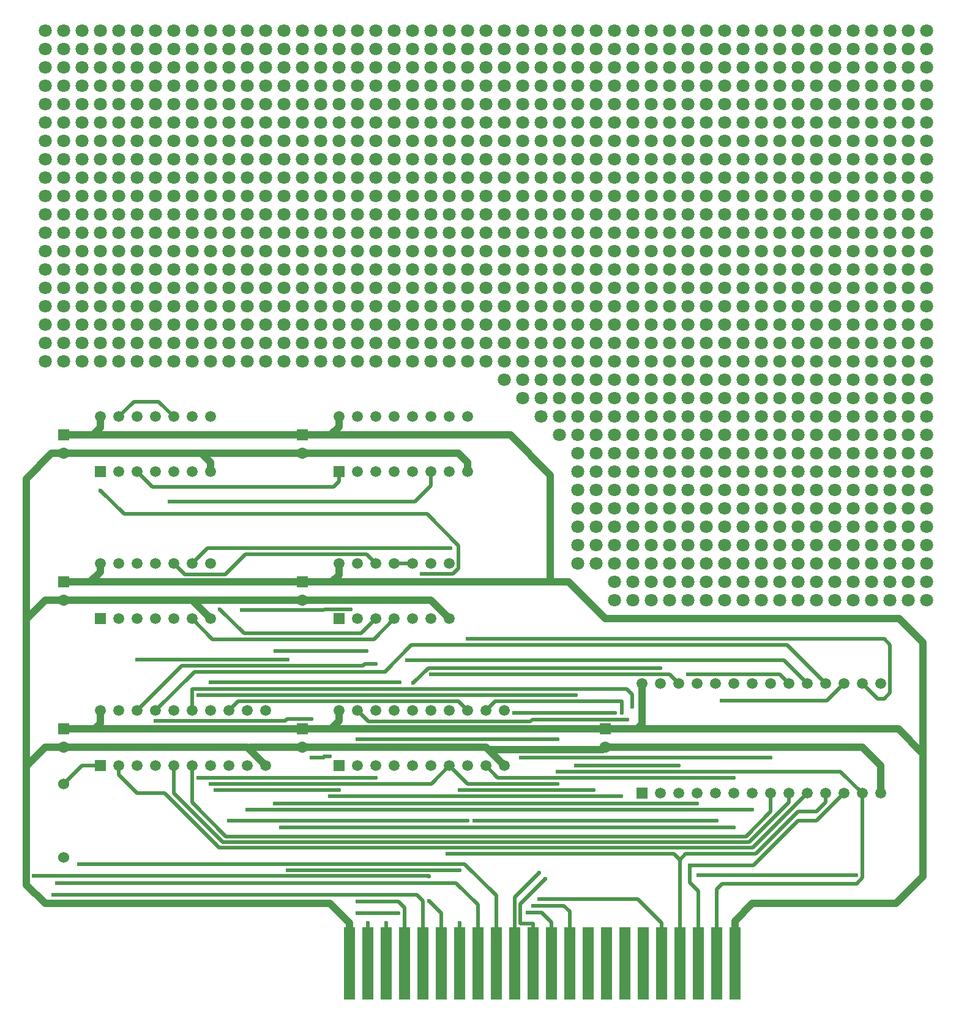
<source format=gtl>
G04 DipTrace 3.0.0.2*
G04 BasicROM.GTL*
%MOMM*%
G04 #@! TF.FileFunction,Copper,L1,Top*
G04 #@! TF.Part,Single*
G04 #@! TA.AperFunction,Conductor*
%ADD14C,1.0*%
%ADD15C,0.5*%
G04 #@! TA.AperFunction,ComponentPad*
%ADD16C,1.6*%
%ADD17R,1.6X1.6*%
%ADD18R,1.5X10.0*%
G04 #@! TA.AperFunction,ComponentPad*
%ADD19C,1.8*%
%ADD20C,1.524*%
%ADD21C,1.524*%
%ADD22R,1.5X1.5*%
%ADD23C,1.5*%
G04 #@! TA.AperFunction,ViaPad*
%ADD24C,0.6*%
%FSLAX35Y35*%
G04*
G71*
G90*
G75*
G01*
G04 Top*
%LPD*%
X4966000Y-13400000D2*
D14*
Y-12840000D1*
X4699000Y-12573000D1*
X762000D1*
X500000Y-12311000D1*
Y-10676000D1*
X762000Y-10414000D1*
X1016000D1*
X3556000D1*
X3596137Y-10454137D1*
X3810000Y-10668000D1*
X3596137Y-10454137D2*
Y-10414000D1*
X4318000D1*
X6858000D1*
X6888983Y-10444983D1*
X7112000Y-10668000D1*
X6888983Y-10444983D2*
X8478017D1*
X8509000Y-10414000D1*
X12065000D1*
X12319000Y-10668000D1*
Y-11049000D1*
X500000Y-10676000D2*
Y-8644000D1*
X762000Y-8382000D1*
X1016000D1*
X2794000D1*
X3048000Y-8636000D1*
X2794000Y-8382000D2*
X4318000D1*
X6096000D1*
X6350000Y-8636000D1*
X500000Y-8644000D2*
Y-6700000D1*
X850000Y-6350000D1*
X1016000D1*
X2921000D1*
X3048000Y-6477000D1*
Y-6604000D1*
X2921000Y-6350000D2*
X4318000D1*
X6477000D1*
X6604000Y-6477000D1*
Y-6604000D1*
X5842000Y-7874000D2*
D15*
X5588000D1*
X7592000Y-12509980D2*
X8953980D1*
X9284000Y-12840000D1*
Y-13400000D1*
X5588000Y-6350000D2*
X6477000D1*
X6604000Y-6604000D2*
D3*
X2156010Y-8382000D2*
X1016000D1*
X10300000Y-13400000D2*
D14*
Y-12814000D1*
X10541000Y-12573000D1*
X12527000D1*
X12900000Y-12200000D1*
Y-10500000D1*
X12560000Y-10160000D1*
X8945823D1*
X8509000D1*
X4715167D1*
X4318000D1*
X1444103D1*
X1016000D1*
X12900000Y-10500000D2*
Y-8963000D1*
X12573000Y-8636000D1*
X8509000D1*
X8001000Y-8128000D1*
X7747000D1*
X4724877D1*
X4318000D1*
X1382943D1*
X1016000D1*
X4318000Y-6096000D2*
X1422083D1*
X1016000D1*
X1524000Y-7874000D2*
Y-7986943D1*
X1382943Y-8128000D1*
X4826000Y-7874000D2*
Y-8026877D1*
X4724877Y-8128000D1*
X4826000Y-5842000D2*
Y-5979353D1*
X4709353Y-6096000D1*
X4318000D1*
X1524000Y-5842000D2*
Y-5994083D1*
X1422083Y-6096000D1*
X1524003Y-9906000D2*
Y-10080100D1*
X1444103Y-10160000D1*
X4826003Y-9906000D2*
Y-10049163D1*
X4715167Y-10160000D1*
X9017000Y-9529000D2*
Y-10088823D1*
X8945823Y-10160000D1*
X4709353Y-6096000D2*
X7196000D1*
X7747000Y-6647000D1*
Y-8128000D1*
X3048000Y-10917620D2*
D15*
X6100380D1*
X6350000Y-10668000D1*
X10046000Y-13400000D2*
Y-12377530D1*
X10126000Y-12297530D1*
X11985000D1*
X12065000Y-12217530D1*
Y-11049000D1*
X6350000Y-10668000D2*
X6599620Y-10917620D1*
X7845000D1*
X12065000Y-11049000D2*
X11763620Y-10747620D1*
X7845000D1*
X9792000Y-13400000D2*
Y-12398140D1*
X9679010Y-12285150D1*
Y-12047530D1*
X4448000Y-10020000D2*
X4106750D1*
X4076750Y-10050000D1*
X2286000D1*
X4698000Y-10533000D2*
X4616000D1*
Y-10553990D1*
X4448000D1*
X4698000Y-11087620D2*
X8729000D1*
X9679010Y-12047530D2*
X10558470D1*
X11176000Y-11430000D1*
X11430000D1*
X11811000Y-11049000D1*
X9538000Y-13400000D2*
Y-11967520D1*
X9617990Y-11887530D1*
X10591470D1*
X11176000Y-11303000D1*
X11430000D1*
X11557000Y-11176000D1*
Y-11049000D1*
X9538000Y-11967520D2*
X9458010Y-11887530D1*
X6321000D1*
X5334000Y-10832620D2*
X2879010D1*
X7507000Y-12599970D2*
X7934000D1*
X8014000Y-12679970D1*
Y-13400000D1*
X7429500Y-12700000D2*
X7625000D1*
X7760000Y-12835000D1*
Y-13400000D1*
X7675000Y-12232520D2*
X7332000Y-12575520D1*
Y-12845000D1*
X7506000D1*
Y-13400000D1*
X7592000Y-12147520D2*
X7252000Y-12487520D1*
Y-13400000D1*
X6367000Y-7659000D2*
X3009000D1*
X2794000Y-7874000D1*
X1231000Y-12024000D2*
X6563000D1*
X6998000Y-12459000D1*
Y-13400000D1*
X920750Y-12287250D2*
X6445250D1*
X6744000Y-12586000D1*
Y-13400000D1*
X6490000Y-12840000D2*
Y-13400000D1*
X4118520Y-12109000D2*
X6490000D1*
X2032000Y-9201000D2*
X4118520D1*
X6067000Y-12533990D2*
X6236000Y-12702990D1*
Y-13400000D1*
X603250Y-12192000D2*
X6067000D1*
Y-12194000D1*
X872000Y-12454000D2*
X5902000D1*
X5982000Y-12534000D1*
Y-13400000D1*
X5076000Y-12548000D2*
X5648000D1*
X5728000Y-12628000D1*
Y-13400000D1*
X5474000Y-12840000D2*
Y-13400000D1*
X5220000Y-12840000D2*
Y-13400000D1*
X6604000Y-11427620D2*
X3302000D1*
X10046000D2*
X6694000D1*
X12065000Y-9529000D2*
X12275000Y-9739000D1*
X12369000D1*
X12449000Y-9659000D1*
Y-8994000D1*
X12369000Y-8914000D1*
X6604000D1*
X6604003Y-9906000D2*
X6474003Y-9776000D1*
X3432003D1*
X3302003Y-9906000D1*
X11980000Y-12176650D2*
X9792000D1*
X10118000Y-9770000D2*
X11570000D1*
X11811000Y-9529000D1*
X3048000Y-9516000D2*
X5668000D1*
X8644000Y-9940000D2*
X7247000D1*
X11557000Y-9529000D2*
X11027000Y-8999000D1*
X8264000D1*
X5458010Y-9366000D2*
X2826000D1*
X2286000Y-9906000D1*
X8264000Y-8999000D2*
X5825010D1*
X5458010Y-9366000D1*
X5334010Y-9255990D2*
X5184020D1*
X5154010Y-9286000D1*
X2652003D1*
X2032003Y-9906000D1*
X5767860Y-9204000D2*
X8099000D1*
X10978000D1*
X11303000Y-9529000D1*
X9655000Y-9399000D2*
X10919000D1*
X11049000Y-9529000D1*
X2540000Y-5842000D2*
X2330000Y-5632000D1*
X1988000D1*
X1778000Y-5842000D1*
X5076000Y-12705980D2*
X5643000D1*
X2540000Y-7874000D2*
X2689000Y-8023000D1*
X3251650D1*
X3530650Y-7744000D1*
X5204000D1*
X5334000Y-7874000D1*
X3178000Y-8506000D2*
X3510980Y-8838980D1*
X5131020D1*
X5334000Y-8636000D1*
X2794000D2*
X3077000Y-8919000D1*
X5305000D1*
X5588000Y-8636000D1*
X4984540Y-8506000D2*
X4621500D1*
X4610500Y-8517000D1*
X3480800D1*
X1524000Y-6859050D2*
X1851447Y-7186497D1*
X6043497D1*
X6480000Y-7623000D1*
Y-7938000D1*
X6400000Y-8018000D1*
X5972000D1*
X4826000Y-6604000D2*
Y-6734000D1*
X4746000Y-6814000D1*
X2242000D1*
X2032000Y-6604000D1*
X11303000Y-11049000D2*
X10549470Y-11802530D1*
X3166530D1*
X2413000Y-11049000D1*
X2032000D1*
X1778000Y-10795000D1*
Y-10668000D1*
X11049000Y-11049000D2*
Y-11176000D1*
X10502470Y-11722530D1*
X3213530D1*
X2540003Y-11049003D1*
Y-10668000D1*
X2794003D2*
Y-11176003D1*
X3260530Y-11642530D1*
X10455470D1*
X10795000Y-11303000D1*
Y-11049000D1*
X10541000Y-11272590D2*
X3556010D1*
X4025000Y-11517610D2*
X10287000D1*
X8882010Y-9855000D2*
Y-9686000D1*
X8802010Y-9606000D1*
X2794003D1*
Y-9906000D1*
X9779000Y-11187590D2*
X3940000D1*
X8099000Y-9691000D2*
X2879010D1*
X9525000Y-10662620D2*
X8099000D1*
X5080000Y-10304000D2*
X7845000D1*
X8349000Y-11002620D2*
X6496000D1*
X10795000Y-10554990D2*
X7337000D1*
X10287000Y-10832620D2*
X7022623D1*
X6858003Y-10668000D1*
X8734000Y-9940000D2*
Y-9776000D1*
X6988003D1*
X6858003Y-9906000D1*
X6096000Y-9399000D2*
X9395000D1*
X9525000Y-9529000D1*
X9271000Y-9314000D2*
X6059860D1*
X5852860Y-9521000D1*
X8814000Y-10025000D2*
X7499300D1*
X7469300Y-10055000D1*
X5229003D1*
X5080003Y-9906000D1*
X2476500Y-7016750D2*
X5873750D1*
X6096000Y-6794500D1*
Y-6604000D1*
X1524000Y-10668000D2*
X1270000D1*
X1016000Y-10922000D1*
X4826000Y-11002620D2*
X3111640D1*
X5210000Y-9078990D2*
X3945010D1*
D24*
X10541000Y-12573000D3*
X2476500Y-7016750D3*
X7592000Y-12509980D3*
X2156010Y-8382000D3*
X5588000Y-6350000D3*
X4966000Y-12840000D3*
X7845000Y-10917620D3*
Y-10747620D3*
X3048000Y-10917620D3*
X2286000Y-10050000D3*
X4448000Y-10020000D3*
Y-10553990D3*
X4698000Y-10533000D3*
X8729000Y-11087620D3*
X9679010Y-12047530D3*
X4698000Y-11087620D3*
X6321000Y-11887530D3*
X2879010Y-10832620D3*
X5334000D3*
X7507000Y-12599970D3*
X7429500Y-12700000D3*
X7675000Y-12232520D3*
X7592000Y-12147520D3*
X6367000Y-7659000D3*
X1231000Y-12024000D3*
X920750Y-12287250D3*
X6490000Y-12840000D3*
Y-12109000D3*
X4118520D3*
Y-9201000D3*
X2032000D3*
X6067000Y-12533990D3*
Y-12194000D3*
X603250Y-12192000D3*
X872000Y-12454000D3*
X5076000Y-12548000D3*
X5474000Y-12840000D3*
X5220000D3*
X3302000Y-11427620D3*
X6694000D3*
X10046000D3*
X6604000D3*
Y-8914000D3*
X9792000Y-12176650D3*
X11980000D3*
X10118000Y-9770000D3*
X5668000Y-9516000D3*
X3048000D3*
X7247000Y-9940000D3*
X8644000D3*
X8264000Y-8999000D3*
X5458010Y-9366000D3*
X5767860Y-9204000D3*
X8099000D3*
X5334010Y-9255990D3*
X9655000Y-9399000D3*
X5643000Y-12705980D3*
X5076000D3*
X3178000Y-8506000D3*
X3480800Y-8517000D3*
X4984540Y-8506000D3*
X5972000Y-8018000D3*
X1524000Y-6859050D3*
X3556010Y-11272590D3*
X10541000D3*
X10287000Y-11517610D3*
X4025000D3*
X8882010Y-9855000D3*
X3940000Y-11187590D3*
X9779000D3*
X2879010Y-9691000D3*
X8099000D3*
Y-10662620D3*
X9525000D3*
X7845000Y-10304000D3*
X5080000D3*
X6496000Y-11002620D3*
X8349000D3*
X7337000Y-10554990D3*
X10795000D3*
X10287000Y-10832620D3*
X8734000Y-9940000D3*
X6096000Y-9399000D3*
X5852860Y-9521000D3*
X9271000Y-9314000D3*
X8814000Y-10025000D3*
X3111640Y-11002620D3*
X4826000D3*
X3945010Y-9078990D3*
X5210000D3*
D16*
X1016000Y-8382000D3*
D17*
Y-8128000D3*
D16*
X4318000Y-8382000D3*
D17*
Y-8128000D3*
D16*
X1016000Y-10414000D3*
D17*
Y-10160000D3*
D16*
X4318000Y-10414000D3*
D17*
Y-10160000D3*
D16*
Y-6350000D3*
D17*
Y-6096000D3*
D16*
X1016000Y-6350000D3*
D17*
Y-6096000D3*
D16*
X8509000Y-10414000D3*
D17*
Y-10160000D3*
D18*
X10300000Y-13400000D3*
X10046000D3*
X9792000D3*
X9538000D3*
X9284000D3*
X9030000D3*
X8776000D3*
X8522000D3*
X8268000D3*
X8014000D3*
X7760000D3*
X7506000D3*
X7252000D3*
X6998000D3*
X6744000D3*
X6490000D3*
X6236000D3*
X5982000D3*
X5728000D3*
X5474000D3*
X5220000D3*
X4966000D3*
D19*
X1016000Y-508000D3*
X762000D3*
X1270000D3*
X1778000D3*
X1524000D3*
X2032000D3*
X2540000D3*
X2286000D3*
X2794000D3*
X3302000D3*
X3048000D3*
X3556000D3*
X4064000D3*
X3810000D3*
X4318000D3*
X4826000D3*
X4572000D3*
X5080000D3*
X5588000D3*
X5334000D3*
X5842000D3*
X6350000D3*
X6096000D3*
X6604000D3*
X7112000D3*
X6858000D3*
X7366000D3*
X7874000D3*
X7620000D3*
X8128000D3*
X8636000D3*
X8382000D3*
X8890000D3*
X9398000D3*
X9144000D3*
X9652000D3*
X10160000D3*
X9906000D3*
X10414000D3*
X10922000D3*
X10668000D3*
X11176000D3*
X11684000D3*
X11430000D3*
X11938000D3*
X12446000D3*
X12192000D3*
X12700000D3*
X12954000D3*
X1016000Y-762000D3*
X762000D3*
X1270000D3*
X1778000D3*
X1524000D3*
X2032000D3*
X2540000D3*
X2286000D3*
X2794000D3*
X3302000D3*
X3048000D3*
X3556000D3*
X4064000D3*
X3810000D3*
X4318000D3*
X4826000D3*
X4572000D3*
X5080000D3*
X5588000D3*
X5334000D3*
X5842000D3*
X6350000D3*
X6096000D3*
X6604000D3*
X7112000D3*
X6858000D3*
X7366000D3*
X7874000D3*
X7620000D3*
X8128000D3*
X8636000D3*
X8382000D3*
X8890000D3*
X9398000D3*
X9144000D3*
X9652000D3*
X10160000D3*
X9906000D3*
X10414000D3*
X10922000D3*
X10668000D3*
X11176000D3*
X11684000D3*
X11430000D3*
X11938000D3*
X12446000D3*
X12192000D3*
X12700000D3*
X12954000D3*
X1016000Y-1016000D3*
X762000D3*
X1270000D3*
X1778000D3*
X1524000D3*
X2032000D3*
X2540000D3*
X2286000D3*
X2794000D3*
X3302000D3*
X3048000D3*
X3556000D3*
X4064000D3*
X3810000D3*
X4318000D3*
X4826000D3*
X4572000D3*
X5080000D3*
X5588000D3*
X5334000D3*
X5842000D3*
X6350000D3*
X6096000D3*
X6604000D3*
X7112000D3*
X6858000D3*
X7366000D3*
X7874000D3*
X7620000D3*
X8128000D3*
X8636000D3*
X8382000D3*
X8890000D3*
X9398000D3*
X9144000D3*
X9652000D3*
X10160000D3*
X9906000D3*
X10414000D3*
X10922000D3*
X10668000D3*
X11176000D3*
X11684000D3*
X11430000D3*
X11938000D3*
X12446000D3*
X12192000D3*
X12700000D3*
X12954000D3*
X1016000Y-1270000D3*
X762000D3*
X1270000D3*
X1778000D3*
X1524000D3*
X2032000D3*
X2540000D3*
X2286000D3*
X2794000D3*
X3302000D3*
X3048000D3*
X3556000D3*
X4064000D3*
X3810000D3*
X4318000D3*
X4826000D3*
X4572000D3*
X5080000D3*
X5588000D3*
X5334000D3*
X5842000D3*
X6350000D3*
X6096000D3*
X6604000D3*
X7112000D3*
X6858000D3*
X7366000D3*
X7874000D3*
X7620000D3*
X8128000D3*
X8636000D3*
X8382000D3*
X8890000D3*
X9398000D3*
X9144000D3*
X9652000D3*
X10160000D3*
X9906000D3*
X10414000D3*
X10922000D3*
X10668000D3*
X11176000D3*
X11684000D3*
X11430000D3*
X11938000D3*
X12446000D3*
X12192000D3*
X12700000D3*
X12954000D3*
X1016000Y-1524000D3*
X762000D3*
X1270000D3*
X1778000D3*
X1524000D3*
X2032000D3*
X2540000D3*
X2286000D3*
X2794000D3*
X3302000D3*
X3048000D3*
X3556000D3*
X4064000D3*
X3810000D3*
X4318000D3*
X4826000D3*
X4572000D3*
X5080000D3*
X5588000D3*
X5334000D3*
X5842000D3*
X6350000D3*
X6096000D3*
X6604000D3*
X7112000D3*
X6858000D3*
X7366000D3*
X7874000D3*
X7620000D3*
X8128000D3*
X8636000D3*
X8382000D3*
X8890000D3*
X9398000D3*
X9144000D3*
X9652000D3*
X10160000D3*
X9906000D3*
X10414000D3*
X10922000D3*
X10668000D3*
X11176000D3*
X11684000D3*
X11430000D3*
X11938000D3*
X12446000D3*
X12192000D3*
X12700000D3*
X12954000D3*
X1016000Y-1778000D3*
X762000D3*
X1270000D3*
X1778000D3*
X1524000D3*
X2032000D3*
X2540000D3*
X2286000D3*
X2794000D3*
X3302000D3*
X3048000D3*
X3556000D3*
X4064000D3*
X3810000D3*
X4318000D3*
X4826000D3*
X4572000D3*
X5080000D3*
X5588000D3*
X5334000D3*
X5842000D3*
X6350000D3*
X6096000D3*
X6604000D3*
X7112000D3*
X6858000D3*
X7366000D3*
X7874000D3*
X7620000D3*
X8128000D3*
X8636000D3*
X8382000D3*
X8890000D3*
X9398000D3*
X9144000D3*
X9652000D3*
X10160000D3*
X9906000D3*
X10414000D3*
X10922000D3*
X10668000D3*
X11176000D3*
X11684000D3*
X11430000D3*
X11938000D3*
X12446000D3*
X12192000D3*
X12700000D3*
X12954000D3*
X1016000Y-2032000D3*
X762000D3*
X1270000D3*
X1778000D3*
X1524000D3*
X2032000D3*
X2540000D3*
X2286000D3*
X2794000D3*
X3302000D3*
X3048000D3*
X3556000D3*
X4064000D3*
X3810000D3*
X4318000D3*
X4826000D3*
X4572000D3*
X5080000D3*
X5588000D3*
X5334000D3*
X5842000D3*
X6350000D3*
X6096000D3*
X6604000D3*
X7112000D3*
X6858000D3*
X7366000D3*
X7874000D3*
X7620000D3*
X8128000D3*
X8636000D3*
X8382000D3*
X8890000D3*
X9398000D3*
X9144000D3*
X9652000D3*
X10160000D3*
X9906000D3*
X10414000D3*
X10922000D3*
X10668000D3*
X11176000D3*
X11684000D3*
X11430000D3*
X11938000D3*
X12446000D3*
X12192000D3*
X12700000D3*
X12954000D3*
X1016000Y-2286000D3*
X762000D3*
X1270000D3*
X1778000D3*
X1524000D3*
X2032000D3*
X2540000D3*
X2286000D3*
X2794000D3*
X3302000D3*
X3048000D3*
X3556000D3*
X4064000D3*
X3810000D3*
X4318000D3*
X4826000D3*
X4572000D3*
X5080000D3*
X5588000D3*
X5334000D3*
X5842000D3*
X6350000D3*
X6096000D3*
X6604000D3*
X7112000D3*
X6858000D3*
X7366000D3*
X7874000D3*
X7620000D3*
X8128000D3*
X8636000D3*
X8382000D3*
X8890000D3*
X9398000D3*
X9144000D3*
X9652000D3*
X10160000D3*
X9906000D3*
X10414000D3*
X10922000D3*
X10668000D3*
X11176000D3*
X11684000D3*
X11430000D3*
X11938000D3*
X12446000D3*
X12192000D3*
X12700000D3*
X12954000D3*
X1016000Y-2540000D3*
X762000D3*
X1270000D3*
X1778000D3*
X1524000D3*
X2032000D3*
X2540000D3*
X2286000D3*
X2794000D3*
X3302000D3*
X3048000D3*
X3556000D3*
X4064000D3*
X3810000D3*
X4318000D3*
X4826000D3*
X4572000D3*
X5080000D3*
X5588000D3*
X5334000D3*
X5842000D3*
X6350000D3*
X6096000D3*
X6604000D3*
X7112000D3*
X6858000D3*
X7366000D3*
X7874000D3*
X7620000D3*
X8128000D3*
X8636000D3*
X8382000D3*
X8890000D3*
X9398000D3*
X9144000D3*
X9652000D3*
X10160000D3*
X9906000D3*
X10414000D3*
X10922000D3*
X10668000D3*
X11176000D3*
X11684000D3*
X11430000D3*
X11938000D3*
X12446000D3*
X12192000D3*
X12700000D3*
X12954000D3*
X1016000Y-2794000D3*
X762000D3*
X1270000D3*
X1778000D3*
X1524000D3*
X2032000D3*
X2540000D3*
X2286000D3*
X2794000D3*
X3302000D3*
X3048000D3*
X3556000D3*
X4064000D3*
X3810000D3*
X4318000D3*
X4826000D3*
X4572000D3*
X5080000D3*
X5588000D3*
X5334000D3*
X5842000D3*
X6350000D3*
X6096000D3*
X6604000D3*
X7112000D3*
X6858000D3*
X7366000D3*
X7874000D3*
X7620000D3*
X8128000D3*
X8636000D3*
X8382000D3*
X8890000D3*
X9398000D3*
X9144000D3*
X9652000D3*
X10160000D3*
X9906000D3*
X10414000D3*
X10922000D3*
X10668000D3*
X11176000D3*
X11684000D3*
X11430000D3*
X11938000D3*
X12446000D3*
X12192000D3*
X12700000D3*
X12954000D3*
X1016000Y-3048000D3*
X762000D3*
X1270000D3*
X1778000D3*
X1524000D3*
X2032000D3*
X2540000D3*
X2286000D3*
X2794000D3*
X3302000D3*
X3048000D3*
X3556000D3*
X4064000D3*
X3810000D3*
X4318000D3*
X4826000D3*
X4572000D3*
X5080000D3*
X5588000D3*
X5334000D3*
X5842000D3*
X6350000D3*
X6096000D3*
X6604000D3*
X7112000D3*
X6858000D3*
X7366000D3*
X7874000D3*
X7620000D3*
X8128000D3*
X8636000D3*
X8382000D3*
X8890000D3*
X9398000D3*
X9144000D3*
X9652000D3*
X10160000D3*
X9906000D3*
X10414000D3*
X10922000D3*
X10668000D3*
X11176000D3*
X11684000D3*
X11430000D3*
X11938000D3*
X12446000D3*
X12192000D3*
X12700000D3*
X12954000D3*
X1016000Y-3302000D3*
X762000D3*
X1270000D3*
X1778000D3*
X1524000D3*
X2032000D3*
X2540000D3*
X2286000D3*
X2794000D3*
X3302000D3*
X3048000D3*
X3556000D3*
X4064000D3*
X3810000D3*
X4318000D3*
X4826000D3*
X4572000D3*
X5080000D3*
X5588000D3*
X5334000D3*
X5842000D3*
X6350000D3*
X6096000D3*
X6604000D3*
X7112000D3*
X6858000D3*
X7366000D3*
X7874000D3*
X7620000D3*
X8128000D3*
X8636000D3*
X8382000D3*
X8890000D3*
X9398000D3*
X9144000D3*
X9652000D3*
X10160000D3*
X9906000D3*
X10414000D3*
X10922000D3*
X10668000D3*
X11176000D3*
X11684000D3*
X11430000D3*
X11938000D3*
X12446000D3*
X12192000D3*
X12700000D3*
X12954000D3*
X1016000Y-3556000D3*
X762000D3*
X1270000D3*
X1778000D3*
X1524000D3*
X2032000D3*
X2540000D3*
X2286000D3*
X2794000D3*
X3302000D3*
X3048000D3*
X3556000D3*
X4064000D3*
X3810000D3*
X4318000D3*
X4826000D3*
X4572000D3*
X5080000D3*
X5588000D3*
X5334000D3*
X5842000D3*
X6350000D3*
X6096000D3*
X6604000D3*
X7112000D3*
X6858000D3*
X7366000D3*
X7874000D3*
X7620000D3*
X8128000D3*
X8636000D3*
X8382000D3*
X8890000D3*
X9398000D3*
X9144000D3*
X9652000D3*
X10160000D3*
X9906000D3*
X10414000D3*
X10922000D3*
X10668000D3*
X11176000D3*
X11684000D3*
X11430000D3*
X11938000D3*
X12446000D3*
X12192000D3*
X12700000D3*
X12954000D3*
X1016000Y-3810000D3*
X762000D3*
X1270000D3*
X1778000D3*
X1524000D3*
X2032000D3*
X2540000D3*
X2286000D3*
X2794000D3*
X3302000D3*
X3048000D3*
X3556000D3*
X4064000D3*
X3810000D3*
X4318000D3*
X4826000D3*
X4572000D3*
X5080000D3*
X5588000D3*
X5334000D3*
X5842000D3*
X6350000D3*
X6096000D3*
X6604000D3*
X7112000D3*
X6858000D3*
X7366000D3*
X7874000D3*
X7620000D3*
X8128000D3*
X8636000D3*
X8382000D3*
X8890000D3*
X9398000D3*
X9144000D3*
X9652000D3*
X10160000D3*
X9906000D3*
X10414000D3*
X10922000D3*
X10668000D3*
X11176000D3*
X11684000D3*
X11430000D3*
X11938000D3*
X12446000D3*
X12192000D3*
X12700000D3*
X12954000D3*
X1016000Y-4064000D3*
X762000D3*
X1270000D3*
X1778000D3*
X1524000D3*
X2032000D3*
X2540000D3*
X2286000D3*
X2794000D3*
X3302000D3*
X3048000D3*
X3556000D3*
X4064000D3*
X3810000D3*
X4318000D3*
X4826000D3*
X4572000D3*
X5080000D3*
X5588000D3*
X5334000D3*
X5842000D3*
X6350000D3*
X6096000D3*
X6604000D3*
X7112000D3*
X6858000D3*
X7366000D3*
X7874000D3*
X7620000D3*
X8128000D3*
X8636000D3*
X8382000D3*
X8890000D3*
X9398000D3*
X9144000D3*
X9652000D3*
X10160000D3*
X9906000D3*
X10414000D3*
X10922000D3*
X10668000D3*
X11176000D3*
X11684000D3*
X11430000D3*
X11938000D3*
X12446000D3*
X12192000D3*
X12700000D3*
X12954000D3*
X1016000Y-4318000D3*
X762000D3*
X1270000D3*
X1778000D3*
X1524000D3*
X2032000D3*
X2540000D3*
X2286000D3*
X2794000D3*
X3302000D3*
X3048000D3*
X3556000D3*
X4064000D3*
X3810000D3*
X4318000D3*
X4826000D3*
X4572000D3*
X5080000D3*
X5588000D3*
X5334000D3*
X5842000D3*
X6350000D3*
X6096000D3*
X6604000D3*
X7112000D3*
X6858000D3*
X7366000D3*
X7874000D3*
X7620000D3*
X8128000D3*
X8636000D3*
X8382000D3*
X8890000D3*
X9398000D3*
X9144000D3*
X9652000D3*
X10160000D3*
X9906000D3*
X10414000D3*
X10922000D3*
X10668000D3*
X11176000D3*
X11684000D3*
X11430000D3*
X11938000D3*
X12446000D3*
X12192000D3*
X12700000D3*
X12954000D3*
X1016000Y-4572000D3*
X762000D3*
X1270000D3*
X1778000D3*
X1524000D3*
X2032000D3*
X2540000D3*
X2286000D3*
X2794000D3*
X3302000D3*
X3048000D3*
X3556000D3*
X4064000D3*
X3810000D3*
X4318000D3*
X4826000D3*
X4572000D3*
X5080000D3*
X5588000D3*
X5334000D3*
X5842000D3*
X6350000D3*
X6096000D3*
X6604000D3*
X7112000D3*
X6858000D3*
X7366000D3*
X7874000D3*
X7620000D3*
X8128000D3*
X8636000D3*
X8382000D3*
X8890000D3*
X9398000D3*
X9144000D3*
X9652000D3*
X10160000D3*
X9906000D3*
X10414000D3*
X10922000D3*
X10668000D3*
X11176000D3*
X11684000D3*
X11430000D3*
X11938000D3*
X12446000D3*
X12192000D3*
X12700000D3*
X12954000D3*
X1016000Y-4826000D3*
X762000D3*
X1270000D3*
X1778000D3*
X1524000D3*
X2032000D3*
X2540000D3*
X2286000D3*
X2794000D3*
X3302000D3*
X3048000D3*
X3556000D3*
X4064000D3*
X3810000D3*
X4318000D3*
X4826000D3*
X4572000D3*
X5080000D3*
X5588000D3*
X5334000D3*
X5842000D3*
X6350000D3*
X6096000D3*
X6604000D3*
X7112000D3*
X6858000D3*
X7366000D3*
X7874000D3*
X7620000D3*
X8128000D3*
X8636000D3*
X8382000D3*
X8890000D3*
X9398000D3*
X9144000D3*
X9652000D3*
X10160000D3*
X9906000D3*
X10414000D3*
X10922000D3*
X10668000D3*
X11176000D3*
X11684000D3*
X11430000D3*
X11938000D3*
X12446000D3*
X12192000D3*
X12700000D3*
X12954000D3*
X1016000Y-5080000D3*
X762000D3*
X1270000D3*
X1778000D3*
X1524000D3*
X2032000D3*
X2540000D3*
X2286000D3*
X2794000D3*
X3302000D3*
X3048000D3*
X3556000D3*
X4064000D3*
X3810000D3*
X4318000D3*
X4826000D3*
X4572000D3*
X5080000D3*
X5588000D3*
X5334000D3*
X5842000D3*
X6350000D3*
X6096000D3*
X6604000D3*
X7112000D3*
X6858000D3*
X7366000D3*
X7874000D3*
X7620000D3*
X8128000D3*
X8636000D3*
X8382000D3*
X8890000D3*
X9398000D3*
X9144000D3*
X9652000D3*
X10160000D3*
X9906000D3*
X10414000D3*
X10922000D3*
X10668000D3*
X11176000D3*
X11684000D3*
X11430000D3*
X11938000D3*
X12446000D3*
X12192000D3*
X12700000D3*
X12954000D3*
X8128000Y-5334000D3*
X8636000D3*
X8382000D3*
X8890000D3*
X9398000D3*
X9144000D3*
X9652000D3*
X10160000D3*
X9906000D3*
X10414000D3*
X10922000D3*
X10668000D3*
X11176000D3*
X11684000D3*
X11430000D3*
X11938000D3*
X12446000D3*
X12192000D3*
X12700000D3*
X12954000D3*
X8128000Y-5588000D3*
X8636000D3*
X8382000D3*
X8890000D3*
X9398000D3*
X9144000D3*
X9652000D3*
X10160000D3*
X9906000D3*
X10414000D3*
X10922000D3*
X10668000D3*
X11176000D3*
X11684000D3*
X11430000D3*
X11938000D3*
X12446000D3*
X12192000D3*
X12700000D3*
X12954000D3*
X8128000Y-5842000D3*
X8636000D3*
X8382000D3*
X8890000D3*
X9398000D3*
X9144000D3*
X9652000D3*
X10160000D3*
X9906000D3*
X10414000D3*
X10922000D3*
X10668000D3*
X11176000D3*
X11684000D3*
X11430000D3*
X11938000D3*
X12446000D3*
X12192000D3*
X12700000D3*
X12954000D3*
X8128000Y-6096000D3*
X8636000D3*
X8382000D3*
X8890000D3*
X9398000D3*
X9144000D3*
X9652000D3*
X10160000D3*
X9906000D3*
X10414000D3*
X10922000D3*
X10668000D3*
X11176000D3*
X11684000D3*
X11430000D3*
X11938000D3*
X12446000D3*
X12192000D3*
X12700000D3*
X12954000D3*
X8128000Y-6350000D3*
X8636000D3*
X8382000D3*
X8890000D3*
X9398000D3*
X9144000D3*
X9652000D3*
X10160000D3*
X9906000D3*
X10414000D3*
X10922000D3*
X10668000D3*
X11176000D3*
X11684000D3*
X11430000D3*
X11938000D3*
X12446000D3*
X12192000D3*
X12700000D3*
X12954000D3*
X8128000Y-6604000D3*
X8636000D3*
X8382000D3*
X8890000D3*
X9398000D3*
X9144000D3*
X9652000D3*
X10160000D3*
X9906000D3*
X10414000D3*
X10922000D3*
X10668000D3*
X11176000D3*
X11684000D3*
X11430000D3*
X11938000D3*
X12446000D3*
X12192000D3*
X12700000D3*
X12954000D3*
X8128000Y-6858000D3*
X8636000D3*
X8382000D3*
X8890000D3*
X9398000D3*
X9144000D3*
X9652000D3*
X10160000D3*
X9906000D3*
X10414000D3*
X10922000D3*
X10668000D3*
X11176000D3*
X11684000D3*
X11430000D3*
X11938000D3*
X12446000D3*
X12192000D3*
X12700000D3*
X12954000D3*
X8128000Y-7112000D3*
X8636000D3*
X8382000D3*
X8890000D3*
X9398000D3*
X9144000D3*
X9652000D3*
X10160000D3*
X9906000D3*
X10414000D3*
X10922000D3*
X10668000D3*
X11176000D3*
X11684000D3*
X11430000D3*
X11938000D3*
X12446000D3*
X12192000D3*
X12700000D3*
X12954000D3*
X8128000Y-7366000D3*
X8636000D3*
X8382000D3*
X8890000D3*
X9398000D3*
X9144000D3*
X9652000D3*
X10160000D3*
X9906000D3*
X10414000D3*
X10922000D3*
X10668000D3*
X11176000D3*
X11684000D3*
X11430000D3*
X11938000D3*
X12446000D3*
X12192000D3*
X12700000D3*
X12954000D3*
X8128000Y-7620000D3*
X8636000D3*
X8382000D3*
X8890000D3*
X9398000D3*
X9144000D3*
X9652000D3*
X10160000D3*
X9906000D3*
X10414000D3*
X10922000D3*
X10668000D3*
X11176000D3*
X11684000D3*
X11430000D3*
X11938000D3*
X12446000D3*
X12192000D3*
X12700000D3*
X12954000D3*
X8128000Y-7874000D3*
X8636000D3*
X8382000D3*
X8890000D3*
X9398000D3*
X9144000D3*
X9652000D3*
X10160000D3*
X9906000D3*
X10414000D3*
X10922000D3*
X10668000D3*
X11176000D3*
X11684000D3*
X11430000D3*
X11938000D3*
X12446000D3*
X12192000D3*
X12700000D3*
X12954000D3*
X8636000Y-8128000D3*
X8890000D3*
X9398000D3*
X9144000D3*
X9652000D3*
X10160000D3*
X9906000D3*
X10414000D3*
X10922000D3*
X10668000D3*
X11176000D3*
X11684000D3*
X11430000D3*
X11938000D3*
X12446000D3*
X12192000D3*
X12700000D3*
X12954000D3*
X8636000Y-8382000D3*
X8890000D3*
X9398000D3*
X9144000D3*
X9652000D3*
X10160000D3*
X9906000D3*
X10414000D3*
X10922000D3*
X10668000D3*
X11176000D3*
X11684000D3*
X11430000D3*
X11938000D3*
X12446000D3*
X12192000D3*
X12700000D3*
X12954000D3*
X7874000Y-5334000D3*
Y-5588000D3*
X7620000Y-5334000D3*
X7874000Y-5842000D3*
X7620000Y-5588000D3*
X7366000Y-5334000D3*
X7874000Y-6096000D3*
X7620000Y-5842000D3*
X7366000Y-5588000D3*
X7112000Y-5334000D3*
D20*
X1016000Y-11938000D3*
D21*
Y-10922000D3*
D22*
X4826000Y-8636000D3*
D23*
X5080000D3*
X5334000D3*
X5588000D3*
X5842000D3*
X6096000D3*
X6350000D3*
Y-7874000D3*
X6096000D3*
X5842000D3*
X5588000D3*
X5334000D3*
X5080000D3*
X4826000D3*
D22*
X1524000Y-8636000D3*
D23*
X1778000D3*
X2032000D3*
X2286000D3*
X2540000D3*
X2794000D3*
X3048000D3*
Y-7874000D3*
X2794000D3*
X2540000D3*
X2286000D3*
X2032000D3*
X1778000D3*
X1524000D3*
D22*
Y-6604000D3*
D23*
X1778000D3*
X2032000D3*
X2286000D3*
X2540000D3*
X2794000D3*
X3048000D3*
Y-5842000D3*
X2794000D3*
X2540000D3*
X2286000D3*
X2032000D3*
X1778000D3*
X1524000D3*
D22*
X4826000Y-6604000D3*
D23*
X5080000D3*
X5334000D3*
X5588000D3*
X5842000D3*
X6096000D3*
X6350000D3*
X6604000D3*
Y-5842000D3*
X6350000D3*
X6096000D3*
X5842000D3*
X5588000D3*
X5334000D3*
X5080000D3*
X4826000D3*
D22*
X1524000Y-10668000D3*
D23*
X1778000D3*
X2032000D3*
X2286000D3*
X2540003D3*
X2794003D3*
X3048000D3*
X3302003D3*
X3556003D3*
X3810000D3*
X1524003Y-9906000D3*
X1778003D3*
X2032003D3*
X2286000D3*
X2540003D3*
X2794003D3*
X3048000D3*
X3302003D3*
X3556003D3*
X3810000D3*
D22*
X4826000Y-10668000D3*
D23*
X5080000D3*
X5334000D3*
X5588000D3*
X5842003D3*
X6096003D3*
X6350000D3*
X6604003D3*
X6858003D3*
X7112000D3*
X4826003Y-9906000D3*
X5080003D3*
X5334003D3*
X5588000D3*
X5842003D3*
X6096003D3*
X6350000D3*
X6604003D3*
X6858003D3*
X7112000D3*
D22*
X9017000Y-11049000D3*
D23*
X9271000D3*
X9525000D3*
X9779000D3*
X10033000D3*
X10287000D3*
X10541000D3*
X10795000D3*
X11049000D3*
X11303000D3*
X11557000D3*
X11811000D3*
X12065000D3*
X12319000D3*
Y-9529000D3*
X12065000D3*
X11811000D3*
X11557000D3*
X11303000D3*
X11049000D3*
X10795000D3*
X10541000D3*
X10287000D3*
X10033000D3*
X9779000D3*
X9525000D3*
X9271000D3*
X9017000D3*
M02*

</source>
